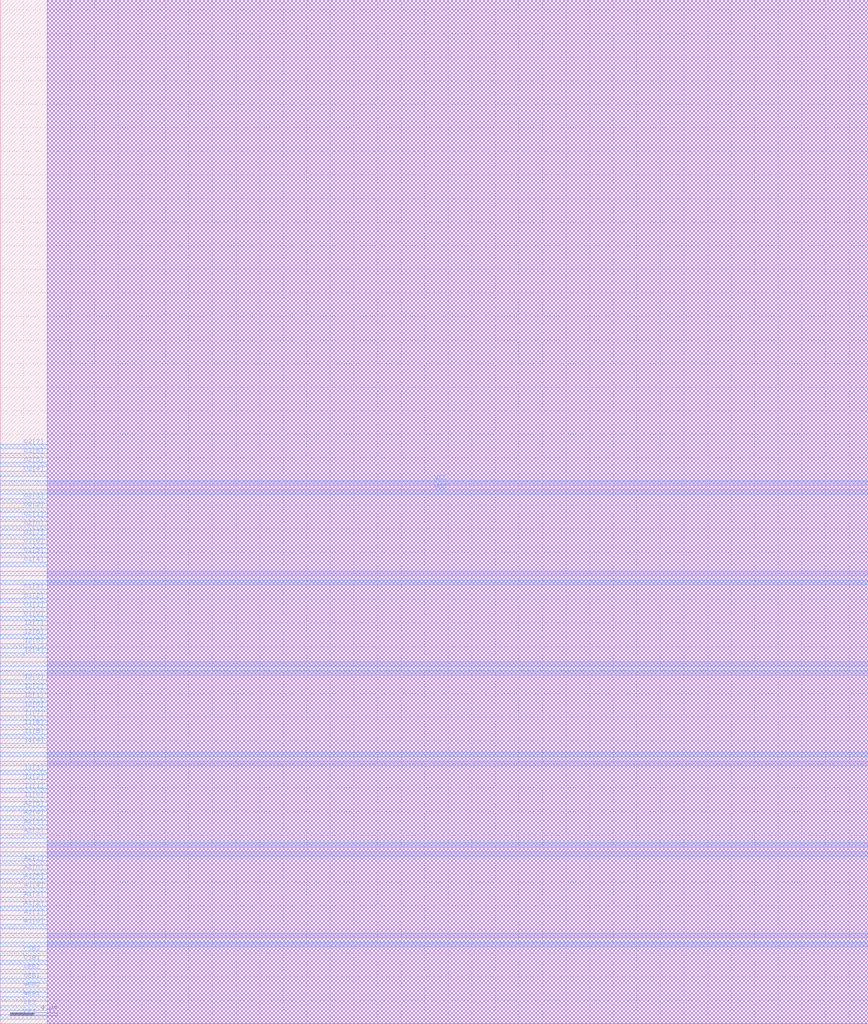
<source format=lef>
VERSION 5.6 ;
BUSBITCHARS "[]" ;
DIVIDERCHAR "/" ;

MACRO SRAM2RW64x8
  CLASS BLOCK ;
  ORIGIN 0 0 ;
  FOREIGN SRAM2RW64x8 0 0 ;
  SIZE 73.632 BY 86.848 ;
  SYMMETRY X Y ;
  SITE coreSite ;
  PIN VDD
    DIRECTION INOUT ;
    USE POWER ;
    PORT 
      LAYER M4 ;
        RECT 0.0 6.528 73.632 6.912 ;
        RECT 0.0 14.208 73.632 14.592 ;
        RECT 0.0 21.888 73.632 22.272 ;
        RECT 0.0 29.568 73.632 29.952 ;
        RECT 0.0 37.248 73.632 37.632 ;
        RECT 0.0 44.928 73.632 45.312 ;
    END 
  END VDD
  PIN VSS
    DIRECTION INOUT ;
    USE GROUND ;
    PORT 
      LAYER M4 ;
        RECT 0.0 7.296 73.632 7.68 ;
        RECT 0.0 14.976 73.632 15.36 ;
        RECT 0.0 22.656 73.632 23.04 ;
        RECT 0.0 30.336 73.632 30.72 ;
        RECT 0.0 38.016 73.632 38.4 ;
        RECT 0.0 45.696 73.632 46.08 ;
    END 
  END VSS
  PIN CE1
    DIRECTION INPUT ;
    USE SIGNAL ;
    PORT 
      LAYER M4 ;
        RECT 0.0 0.384 4.0 0.768 ;
    END 
  END CE1
  PIN CE2
    DIRECTION INPUT ;
    USE SIGNAL ;
    PORT 
      LAYER M4 ;
        RECT 0.0 1.152 4.0 1.536 ;
    END 
  END CE2
  PIN WEB1
    DIRECTION INPUT ;
    USE SIGNAL ;
    PORT 
      LAYER M4 ;
        RECT 0.0 1.92 4.0 2.304 ;
    END 
  END WEB1
  PIN WEB2
    DIRECTION INPUT ;
    USE SIGNAL ;
    PORT 
      LAYER M4 ;
        RECT 0.0 2.688 4.0 3.072 ;
    END 
  END WEB2
  PIN OEB1
    DIRECTION INPUT ;
    USE SIGNAL ;
    PORT 
      LAYER M4 ;
        RECT 0.0 3.456 4.0 3.84 ;
    END 
  END OEB1
  PIN OEB2
    DIRECTION INPUT ;
    USE SIGNAL ;
    PORT 
      LAYER M4 ;
        RECT 0.0 4.224 4.0 4.608 ;
    END 
  END OEB2
  PIN CSB1
    DIRECTION INPUT ;
    USE SIGNAL ;
    PORT 
      LAYER M4 ;
        RECT 0.0 4.992 4.0 5.376 ;
    END 
  END CSB1
  PIN CSB2
    DIRECTION INPUT ;
    USE SIGNAL ;
    PORT 
      LAYER M4 ;
        RECT 0.0 5.76 4.0 6.144 ;
    END 
  END CSB2
  PIN A1[0]
    DIRECTION INPUT ;
    USE SIGNAL ;
    PORT 
      LAYER M4 ;
        RECT 0.0 8.064 4.0 8.448 ;
    END 
  END A1[0]
  PIN A1[1]
    DIRECTION INPUT ;
    USE SIGNAL ;
    PORT 
      LAYER M4 ;
        RECT 0.0 8.832 4.0 9.216 ;
    END 
  END A1[1]
  PIN A1[2]
    DIRECTION INPUT ;
    USE SIGNAL ;
    PORT 
      LAYER M4 ;
        RECT 0.0 9.6 4.0 9.984 ;
    END 
  END A1[2]
  PIN A1[3]
    DIRECTION INPUT ;
    USE SIGNAL ;
    PORT 
      LAYER M4 ;
        RECT 0.0 10.368 4.0 10.752 ;
    END 
  END A1[3]
  PIN A1[4]
    DIRECTION INPUT ;
    USE SIGNAL ;
    PORT 
      LAYER M4 ;
        RECT 0.0 11.136 4.0 11.52 ;
    END 
  END A1[4]
  PIN A1[5]
    DIRECTION INPUT ;
    USE SIGNAL ;
    PORT 
      LAYER M4 ;
        RECT 0.0 11.904 4.0 12.288 ;
    END 
  END A1[5]
  PIN A2[0]
    DIRECTION INPUT ;
    USE SIGNAL ;
    PORT 
      LAYER M4 ;
        RECT 0.0 12.672 4.0 13.056 ;
    END 
  END A2[0]
  PIN A2[1]
    DIRECTION INPUT ;
    USE SIGNAL ;
    PORT 
      LAYER M4 ;
        RECT 0.0 13.44 4.0 13.824 ;
    END 
  END A2[1]
  PIN A2[2]
    DIRECTION INPUT ;
    USE SIGNAL ;
    PORT 
      LAYER M4 ;
        RECT 0.0 15.744 4.0 16.128 ;
    END 
  END A2[2]
  PIN A2[3]
    DIRECTION INPUT ;
    USE SIGNAL ;
    PORT 
      LAYER M4 ;
        RECT 0.0 16.512 4.0 16.896 ;
    END 
  END A2[3]
  PIN A2[4]
    DIRECTION INPUT ;
    USE SIGNAL ;
    PORT 
      LAYER M4 ;
        RECT 0.0 17.28 4.0 17.664 ;
    END 
  END A2[4]
  PIN A2[5]
    DIRECTION INPUT ;
    USE SIGNAL ;
    PORT 
      LAYER M4 ;
        RECT 0.0 18.048 4.0 18.432 ;
    END 
  END A2[5]
  PIN I1[0]
    DIRECTION INPUT ;
    USE SIGNAL ;
    PORT 
      LAYER M4 ;
        RECT 0.0 18.816 4.0 19.2 ;
    END 
  END I1[0]
  PIN I1[1]
    DIRECTION INPUT ;
    USE SIGNAL ;
    PORT 
      LAYER M4 ;
        RECT 0.0 19.584 4.0 19.968 ;
    END 
  END I1[1]
  PIN I1[2]
    DIRECTION INPUT ;
    USE SIGNAL ;
    PORT 
      LAYER M4 ;
        RECT 0.0 20.352 4.0 20.736 ;
    END 
  END I1[2]
  PIN I1[3]
    DIRECTION INPUT ;
    USE SIGNAL ;
    PORT 
      LAYER M4 ;
        RECT 0.0 21.12 4.0 21.504 ;
    END 
  END I1[3]
  PIN I1[4]
    DIRECTION INPUT ;
    USE SIGNAL ;
    PORT 
      LAYER M4 ;
        RECT 0.0 23.424 4.0 23.808 ;
    END 
  END I1[4]
  PIN I1[5]
    DIRECTION INPUT ;
    USE SIGNAL ;
    PORT 
      LAYER M4 ;
        RECT 0.0 24.192 4.0 24.576 ;
    END 
  END I1[5]
  PIN I1[6]
    DIRECTION INPUT ;
    USE SIGNAL ;
    PORT 
      LAYER M4 ;
        RECT 0.0 24.96 4.0 25.344 ;
    END 
  END I1[6]
  PIN I1[7]
    DIRECTION INPUT ;
    USE SIGNAL ;
    PORT 
      LAYER M4 ;
        RECT 0.0 25.728 4.0 26.112 ;
    END 
  END I1[7]
  PIN I2[0]
    DIRECTION INPUT ;
    USE SIGNAL ;
    PORT 
      LAYER M4 ;
        RECT 0.0 26.496 4.0 26.88 ;
    END 
  END I2[0]
  PIN I2[1]
    DIRECTION INPUT ;
    USE SIGNAL ;
    PORT 
      LAYER M4 ;
        RECT 0.0 27.264 4.0 27.648 ;
    END 
  END I2[1]
  PIN I2[2]
    DIRECTION INPUT ;
    USE SIGNAL ;
    PORT 
      LAYER M4 ;
        RECT 0.0 28.032 4.0 28.416 ;
    END 
  END I2[2]
  PIN I2[3]
    DIRECTION INPUT ;
    USE SIGNAL ;
    PORT 
      LAYER M4 ;
        RECT 0.0 28.8 4.0 29.184 ;
    END 
  END I2[3]
  PIN I2[4]
    DIRECTION INPUT ;
    USE SIGNAL ;
    PORT 
      LAYER M4 ;
        RECT 0.0 31.104 4.0 31.488 ;
    END 
  END I2[4]
  PIN I2[5]
    DIRECTION INPUT ;
    USE SIGNAL ;
    PORT 
      LAYER M4 ;
        RECT 0.0 31.872 4.0 32.256 ;
    END 
  END I2[5]
  PIN I2[6]
    DIRECTION INPUT ;
    USE SIGNAL ;
    PORT 
      LAYER M4 ;
        RECT 0.0 32.64 4.0 33.024 ;
    END 
  END I2[6]
  PIN I2[7]
    DIRECTION INPUT ;
    USE SIGNAL ;
    PORT 
      LAYER M4 ;
        RECT 0.0 33.408 4.0 33.792 ;
    END 
  END I2[7]
  PIN O1[0]
    DIRECTION OUTPUT ;
    USE SIGNAL ;
    PORT 
      LAYER M4 ;
        RECT 0.0 34.176 4.0 34.56 ;
    END 
  END O1[0]
  PIN O1[1]
    DIRECTION OUTPUT ;
    USE SIGNAL ;
    PORT 
      LAYER M4 ;
        RECT 0.0 34.944 4.0 35.328 ;
    END 
  END O1[1]
  PIN O1[2]
    DIRECTION OUTPUT ;
    USE SIGNAL ;
    PORT 
      LAYER M4 ;
        RECT 0.0 35.712 4.0 36.096 ;
    END 
  END O1[2]
  PIN O1[3]
    DIRECTION OUTPUT ;
    USE SIGNAL ;
    PORT 
      LAYER M4 ;
        RECT 0.0 36.48 4.0 36.864 ;
    END 
  END O1[3]
  PIN O1[4]
    DIRECTION OUTPUT ;
    USE SIGNAL ;
    PORT 
      LAYER M4 ;
        RECT 0.0 38.784 4.0 39.168 ;
    END 
  END O1[4]
  PIN O1[5]
    DIRECTION OUTPUT ;
    USE SIGNAL ;
    PORT 
      LAYER M4 ;
        RECT 0.0 39.552 4.0 39.936 ;
    END 
  END O1[5]
  PIN O1[6]
    DIRECTION OUTPUT ;
    USE SIGNAL ;
    PORT 
      LAYER M4 ;
        RECT 0.0 40.32 4.0 40.704 ;
    END 
  END O1[6]
  PIN O1[7]
    DIRECTION OUTPUT ;
    USE SIGNAL ;
    PORT 
      LAYER M4 ;
        RECT 0.0 41.088 4.0 41.472 ;
    END 
  END O1[7]
  PIN O2[0]
    DIRECTION OUTPUT ;
    USE SIGNAL ;
    PORT 
      LAYER M4 ;
        RECT 0.0 41.856 4.0 42.24 ;
    END 
  END O2[0]
  PIN O2[1]
    DIRECTION OUTPUT ;
    USE SIGNAL ;
    PORT 
      LAYER M4 ;
        RECT 0.0 42.624 4.0 43.008 ;
    END 
  END O2[1]
  PIN O2[2]
    DIRECTION OUTPUT ;
    USE SIGNAL ;
    PORT 
      LAYER M4 ;
        RECT 0.0 43.392 4.0 43.776 ;
    END 
  END O2[2]
  PIN O2[3]
    DIRECTION OUTPUT ;
    USE SIGNAL ;
    PORT 
      LAYER M4 ;
        RECT 0.0 44.16 4.0 44.544 ;
    END 
  END O2[3]
  PIN O2[4]
    DIRECTION OUTPUT ;
    USE SIGNAL ;
    PORT 
      LAYER M4 ;
        RECT 0.0 46.464 4.0 46.848 ;
    END 
  END O2[4]
  PIN O2[5]
    DIRECTION OUTPUT ;
    USE SIGNAL ;
    PORT 
      LAYER M4 ;
        RECT 0.0 47.232 4.0 47.616 ;
    END 
  END O2[5]
  PIN O2[6]
    DIRECTION OUTPUT ;
    USE SIGNAL ;
    PORT 
      LAYER M4 ;
        RECT 0.0 48.0 4.0 48.384 ;
    END 
  END O2[6]
  PIN O2[7]
    DIRECTION OUTPUT ;
    USE SIGNAL ;
    PORT 
      LAYER M4 ;
        RECT 0.0 48.768 4.0 49.152 ;
    END 
  END O2[7]
  OBS 
    LAYER M1 ;
      RECT 4.0 0.0 73.632 86.848 ;
    LAYER M2 ;
      RECT 4.0 0.0 73.632 86.848 ;
    LAYER M3 ;
      RECT 4.0 0.0 73.632 86.848 ;
  END 
END SRAM2RW64x8

END LIBRARY
</source>
